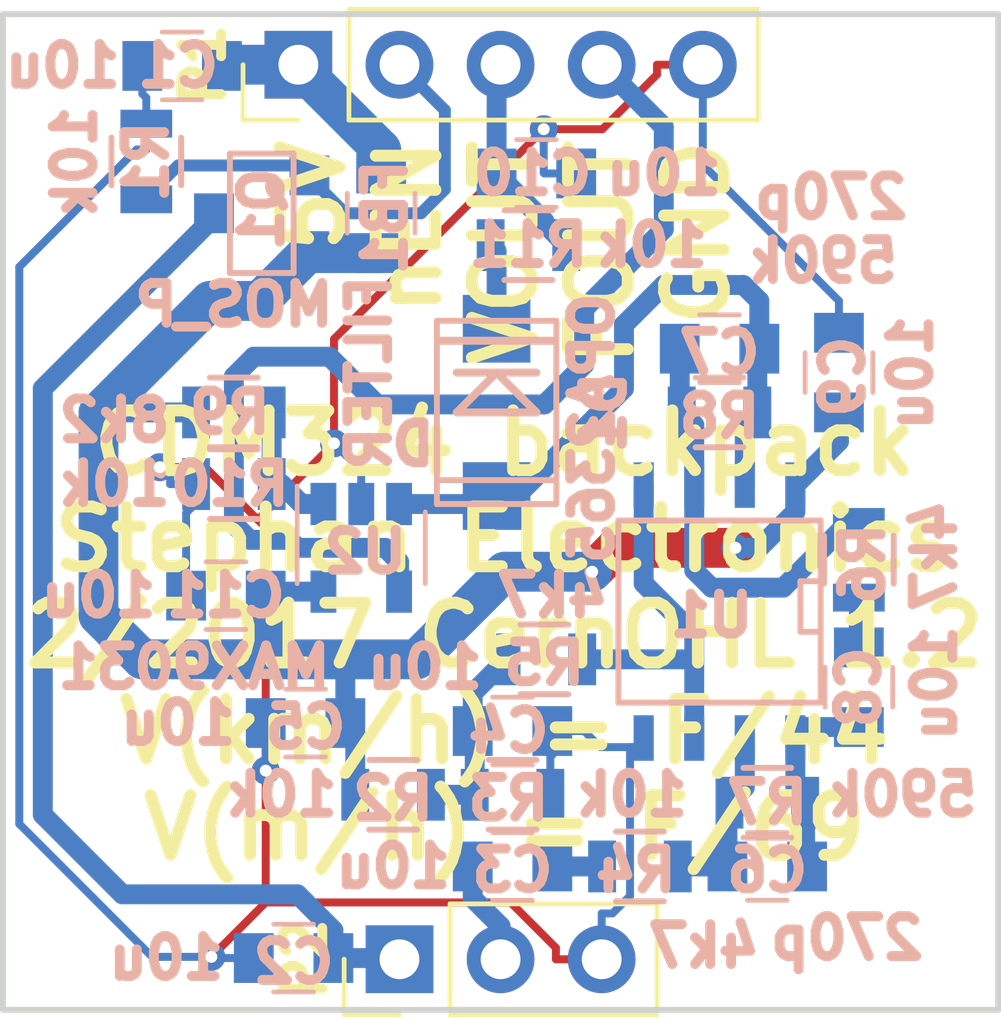
<source format=kicad_pcb>
(kicad_pcb (version 20171130) (host pcbnew "(5.1.12)-1")

  (general
    (thickness 1.6)
    (drawings 15)
    (tracks 200)
    (zones 0)
    (modules 29)
    (nets 19)
  )

  (page A4)
  (layers
    (0 F.Cu signal)
    (31 B.Cu signal)
    (32 B.Adhes user)
    (33 F.Adhes user)
    (34 B.Paste user)
    (35 F.Paste user)
    (36 B.SilkS user)
    (37 F.SilkS user)
    (38 B.Mask user)
    (39 F.Mask user)
    (40 Dwgs.User user)
    (41 Cmts.User user)
    (42 Eco1.User user hide)
    (43 Eco2.User user hide)
    (44 Edge.Cuts user)
    (45 Margin user)
    (46 B.CrtYd user hide)
    (47 F.CrtYd user hide)
    (48 B.Fab user hide)
    (49 F.Fab user hide)
  )

  (setup
    (last_trace_width 0.2)
    (user_trace_width 0.3)
    (user_trace_width 0.5)
    (user_trace_width 0.7)
    (user_trace_width 1)
    (trace_clearance 0.2)
    (zone_clearance 0.25)
    (zone_45_only no)
    (trace_min 0.2)
    (via_size 0.7)
    (via_drill 0.3)
    (via_min_size 0.7)
    (via_min_drill 0.3)
    (uvia_size 0.3)
    (uvia_drill 0.1)
    (uvias_allowed no)
    (uvia_min_size 0.2)
    (uvia_min_drill 0.1)
    (edge_width 0.15)
    (segment_width 0.2)
    (pcb_text_width 0.3)
    (pcb_text_size 1.5 1.5)
    (mod_edge_width 0.15)
    (mod_text_size 1 1)
    (mod_text_width 0.25)
    (pad_size 1.524 1.524)
    (pad_drill 0.762)
    (pad_to_mask_clearance 0.1)
    (solder_mask_min_width 0.2)
    (aux_axis_origin 0 0)
    (visible_elements 7FFDFFFF)
    (pcbplotparams
      (layerselection 0x010f0_80000001)
      (usegerberextensions true)
      (usegerberattributes true)
      (usegerberadvancedattributes true)
      (creategerberjobfile true)
      (excludeedgelayer true)
      (linewidth 0.100000)
      (plotframeref false)
      (viasonmask false)
      (mode 1)
      (useauxorigin false)
      (hpglpennumber 1)
      (hpglpenspeed 20)
      (hpglpendiameter 15.000000)
      (psnegative false)
      (psa4output false)
      (plotreference false)
      (plotvalue true)
      (plotinvisibletext false)
      (padsonsilk false)
      (subtractmaskfromsilk false)
      (outputformat 1)
      (mirror false)
      (drillshape 0)
      (scaleselection 1)
      (outputdirectory "gerbers"))
  )

  (net 0 "")
  (net 1 +5V)
  (net 2 GND)
  (net 3 "Net-(C3-Pad1)")
  (net 4 "Net-(C3-Pad2)")
  (net 5 "Net-(C4-Pad1)")
  (net 6 "Net-(C6-Pad1)")
  (net 7 "Net-(C6-Pad2)")
  (net 8 "Net-(C7-Pad1)")
  (net 9 "Net-(C7-Pad2)")
  (net 10 "Net-(C8-Pad1)")
  (net 11 "Net-(D1-Pad1)")
  (net 12 "Net-(R5-Pad2)")
  (net 13 "Net-(R10-Pad1)")
  (net 14 "Net-(C11-Pad1)")
  (net 15 "Net-(C2-Pad1)")
  (net 16 /VOUT)
  (net 17 /nEN)
  (net 18 /FOUT)

  (net_class Default "This is the default net class."
    (clearance 0.2)
    (trace_width 0.2)
    (via_dia 0.7)
    (via_drill 0.3)
    (uvia_dia 0.3)
    (uvia_drill 0.1)
    (add_net +5V)
    (add_net /FOUT)
    (add_net /VOUT)
    (add_net /nEN)
    (add_net GND)
    (add_net "Net-(C11-Pad1)")
    (add_net "Net-(C2-Pad1)")
    (add_net "Net-(C3-Pad1)")
    (add_net "Net-(C3-Pad2)")
    (add_net "Net-(C4-Pad1)")
    (add_net "Net-(C6-Pad1)")
    (add_net "Net-(C6-Pad2)")
    (add_net "Net-(C7-Pad1)")
    (add_net "Net-(C7-Pad2)")
    (add_net "Net-(C8-Pad1)")
    (add_net "Net-(D1-Pad1)")
    (add_net "Net-(R10-Pad1)")
    (add_net "Net-(R5-Pad2)")
  )

  (module Capacitors_SMD:C_0805 (layer B.Cu) (tedit 58C2FD65) (tstamp 58A9ECEB)
    (at 104.5 101.3 180)
    (descr "Capacitor SMD 0805, reflow soldering, AVX (see smccp.pdf)")
    (tags "capacitor 0805")
    (path /58A973CC)
    (attr smd)
    (fp_text reference C1 (at 0.1 0 180) (layer B.SilkS)
      (effects (font (size 1 1) (thickness 0.25)) (justify mirror))
    )
    (fp_text value 10u (at 3 0 180) (layer B.SilkS)
      (effects (font (size 1 1) (thickness 0.25)) (justify mirror))
    )
    (fp_line (start -0.5 -0.85) (end 0.5 -0.85) (layer B.SilkS) (width 0.12))
    (fp_line (start 0.5 0.85) (end -0.5 0.85) (layer B.SilkS) (width 0.12))
    (fp_line (start 1.8 1) (end 1.8 -1) (layer B.CrtYd) (width 0.05))
    (fp_line (start -1.8 1) (end -1.8 -1) (layer B.CrtYd) (width 0.05))
    (fp_line (start -1.8 -1) (end 1.8 -1) (layer B.CrtYd) (width 0.05))
    (fp_line (start -1.8 1) (end 1.8 1) (layer B.CrtYd) (width 0.05))
    (fp_line (start -1 0.625) (end 1 0.625) (layer B.Fab) (width 0.1))
    (fp_line (start 1 0.625) (end 1 -0.625) (layer B.Fab) (width 0.1))
    (fp_line (start 1 -0.625) (end -1 -0.625) (layer B.Fab) (width 0.1))
    (fp_line (start -1 -0.625) (end -1 0.625) (layer B.Fab) (width 0.1))
    (pad 1 smd rect (at -1 0 180) (size 1 1.25) (layers B.Cu B.Paste B.Mask)
      (net 1 +5V))
    (pad 2 smd rect (at 1 0 180) (size 1 1.25) (layers B.Cu B.Paste B.Mask)
      (net 2 GND))
    (model Capacitors_SMD.3dshapes/C_0805.wrl
      (at (xyz 0 0 0))
      (scale (xyz 1 1 1))
      (rotate (xyz 0 0 0))
    )
  )

  (module Capacitors_SMD:C_0805 (layer B.Cu) (tedit 58C1BCA1) (tstamp 58A9ECF1)
    (at 107.3 123.7 180)
    (descr "Capacitor SMD 0805, reflow soldering, AVX (see smccp.pdf)")
    (tags "capacitor 0805")
    (path /58A977FA)
    (attr smd)
    (fp_text reference C2 (at 0 -0.1 180) (layer B.SilkS)
      (effects (font (size 1 1) (thickness 0.25)) (justify mirror))
    )
    (fp_text value 10u (at 3.2 0 180) (layer B.SilkS)
      (effects (font (size 1 1) (thickness 0.25)) (justify mirror))
    )
    (fp_line (start -0.5 -0.85) (end 0.5 -0.85) (layer B.SilkS) (width 0.12))
    (fp_line (start 0.5 0.85) (end -0.5 0.85) (layer B.SilkS) (width 0.12))
    (fp_line (start 1.8 1) (end 1.8 -1) (layer B.CrtYd) (width 0.05))
    (fp_line (start -1.8 1) (end -1.8 -1) (layer B.CrtYd) (width 0.05))
    (fp_line (start -1.8 -1) (end 1.8 -1) (layer B.CrtYd) (width 0.05))
    (fp_line (start -1.8 1) (end 1.8 1) (layer B.CrtYd) (width 0.05))
    (fp_line (start -1 0.625) (end 1 0.625) (layer B.Fab) (width 0.1))
    (fp_line (start 1 0.625) (end 1 -0.625) (layer B.Fab) (width 0.1))
    (fp_line (start 1 -0.625) (end -1 -0.625) (layer B.Fab) (width 0.1))
    (fp_line (start -1 -0.625) (end -1 0.625) (layer B.Fab) (width 0.1))
    (pad 1 smd rect (at -1 0 180) (size 1 1.25) (layers B.Cu B.Paste B.Mask)
      (net 15 "Net-(C2-Pad1)"))
    (pad 2 smd rect (at 1 0 180) (size 1 1.25) (layers B.Cu B.Paste B.Mask)
      (net 2 GND))
    (model Capacitors_SMD.3dshapes/C_0805.wrl
      (at (xyz 0 0 0))
      (scale (xyz 1 1 1))
      (rotate (xyz 0 0 0))
    )
  )

  (module Capacitors_SMD:C_0805 (layer B.Cu) (tedit 58C1BC9B) (tstamp 58A9ECF7)
    (at 112.8 121.4)
    (descr "Capacitor SMD 0805, reflow soldering, AVX (see smccp.pdf)")
    (tags "capacitor 0805")
    (path /58A969C4)
    (attr smd)
    (fp_text reference C3 (at 0 0.1) (layer B.SilkS)
      (effects (font (size 1 1) (thickness 0.25)) (justify mirror))
    )
    (fp_text value 10u (at -3 0) (layer B.SilkS)
      (effects (font (size 1 1) (thickness 0.25)) (justify mirror))
    )
    (fp_line (start -0.5 -0.85) (end 0.5 -0.85) (layer B.SilkS) (width 0.12))
    (fp_line (start 0.5 0.85) (end -0.5 0.85) (layer B.SilkS) (width 0.12))
    (fp_line (start 1.8 1) (end 1.8 -1) (layer B.CrtYd) (width 0.05))
    (fp_line (start -1.8 1) (end -1.8 -1) (layer B.CrtYd) (width 0.05))
    (fp_line (start -1.8 -1) (end 1.8 -1) (layer B.CrtYd) (width 0.05))
    (fp_line (start -1.8 1) (end 1.8 1) (layer B.CrtYd) (width 0.05))
    (fp_line (start -1 0.625) (end 1 0.625) (layer B.Fab) (width 0.1))
    (fp_line (start 1 0.625) (end 1 -0.625) (layer B.Fab) (width 0.1))
    (fp_line (start 1 -0.625) (end -1 -0.625) (layer B.Fab) (width 0.1))
    (fp_line (start -1 -0.625) (end -1 0.625) (layer B.Fab) (width 0.1))
    (pad 1 smd rect (at -1 0) (size 1 1.25) (layers B.Cu B.Paste B.Mask)
      (net 3 "Net-(C3-Pad1)"))
    (pad 2 smd rect (at 1 0) (size 1 1.25) (layers B.Cu B.Paste B.Mask)
      (net 4 "Net-(C3-Pad2)"))
    (model Capacitors_SMD.3dshapes/C_0805.wrl
      (at (xyz 0 0 0))
      (scale (xyz 1 1 1))
      (rotate (xyz 0 0 0))
    )
  )

  (module Capacitors_SMD:C_0805 (layer B.Cu) (tedit 58C1BC94) (tstamp 58A9ECFD)
    (at 112.8 118)
    (descr "Capacitor SMD 0805, reflow soldering, AVX (see smccp.pdf)")
    (tags "capacitor 0805")
    (path /58A971B9)
    (attr smd)
    (fp_text reference C4 (at -0.1 0) (layer B.SilkS)
      (effects (font (size 1 1) (thickness 0.25)) (justify mirror))
    )
    (fp_text value 10u (at -2.2 -1.6) (layer B.SilkS)
      (effects (font (size 1 1) (thickness 0.25)) (justify mirror))
    )
    (fp_line (start -0.5 -0.85) (end 0.5 -0.85) (layer B.SilkS) (width 0.12))
    (fp_line (start 0.5 0.85) (end -0.5 0.85) (layer B.SilkS) (width 0.12))
    (fp_line (start 1.8 1) (end 1.8 -1) (layer B.CrtYd) (width 0.05))
    (fp_line (start -1.8 1) (end -1.8 -1) (layer B.CrtYd) (width 0.05))
    (fp_line (start -1.8 -1) (end 1.8 -1) (layer B.CrtYd) (width 0.05))
    (fp_line (start -1.8 1) (end 1.8 1) (layer B.CrtYd) (width 0.05))
    (fp_line (start -1 0.625) (end 1 0.625) (layer B.Fab) (width 0.1))
    (fp_line (start 1 0.625) (end 1 -0.625) (layer B.Fab) (width 0.1))
    (fp_line (start 1 -0.625) (end -1 -0.625) (layer B.Fab) (width 0.1))
    (fp_line (start -1 -0.625) (end -1 0.625) (layer B.Fab) (width 0.1))
    (pad 1 smd rect (at -1 0) (size 1 1.25) (layers B.Cu B.Paste B.Mask)
      (net 5 "Net-(C4-Pad1)"))
    (pad 2 smd rect (at 1 0) (size 1 1.25) (layers B.Cu B.Paste B.Mask)
      (net 2 GND))
    (model Capacitors_SMD.3dshapes/C_0805.wrl
      (at (xyz 0 0 0))
      (scale (xyz 1 1 1))
      (rotate (xyz 0 0 0))
    )
  )

  (module Capacitors_SMD:C_0805 (layer B.Cu) (tedit 58C1BCA4) (tstamp 58A9ED03)
    (at 107.6 117.8 180)
    (descr "Capacitor SMD 0805, reflow soldering, AVX (see smccp.pdf)")
    (tags "capacitor 0805")
    (path /58A9A1BB)
    (attr smd)
    (fp_text reference C5 (at 0 -0.1 180) (layer B.SilkS)
      (effects (font (size 1 1) (thickness 0.25)) (justify mirror))
    )
    (fp_text value 10u (at 3.2 0 180) (layer B.SilkS)
      (effects (font (size 1 1) (thickness 0.25)) (justify mirror))
    )
    (fp_line (start -0.5 -0.85) (end 0.5 -0.85) (layer B.SilkS) (width 0.12))
    (fp_line (start 0.5 0.85) (end -0.5 0.85) (layer B.SilkS) (width 0.12))
    (fp_line (start 1.8 1) (end 1.8 -1) (layer B.CrtYd) (width 0.05))
    (fp_line (start -1.8 1) (end -1.8 -1) (layer B.CrtYd) (width 0.05))
    (fp_line (start -1.8 -1) (end 1.8 -1) (layer B.CrtYd) (width 0.05))
    (fp_line (start -1.8 1) (end 1.8 1) (layer B.CrtYd) (width 0.05))
    (fp_line (start -1 0.625) (end 1 0.625) (layer B.Fab) (width 0.1))
    (fp_line (start 1 0.625) (end 1 -0.625) (layer B.Fab) (width 0.1))
    (fp_line (start 1 -0.625) (end -1 -0.625) (layer B.Fab) (width 0.1))
    (fp_line (start -1 -0.625) (end -1 0.625) (layer B.Fab) (width 0.1))
    (pad 1 smd rect (at -1 0 180) (size 1 1.25) (layers B.Cu B.Paste B.Mask)
      (net 14 "Net-(C11-Pad1)"))
    (pad 2 smd rect (at 1 0 180) (size 1 1.25) (layers B.Cu B.Paste B.Mask)
      (net 2 GND))
    (model Capacitors_SMD.3dshapes/C_0805.wrl
      (at (xyz 0 0 0))
      (scale (xyz 1 1 1))
      (rotate (xyz 0 0 0))
    )
  )

  (module Capacitors_SMD:C_0805 (layer B.Cu) (tedit 58C1BC88) (tstamp 58A9ED09)
    (at 119.2 121.4)
    (descr "Capacitor SMD 0805, reflow soldering, AVX (see smccp.pdf)")
    (tags "capacitor 0805")
    (path /58A96CA5)
    (attr smd)
    (fp_text reference C6 (at 0 0.1) (layer B.SilkS)
      (effects (font (size 1 1) (thickness 0.25)) (justify mirror))
    )
    (fp_text value 270p (at 2 1.8) (layer B.SilkS)
      (effects (font (size 1 1) (thickness 0.25)) (justify mirror))
    )
    (fp_line (start -0.5 -0.85) (end 0.5 -0.85) (layer B.SilkS) (width 0.12))
    (fp_line (start 0.5 0.85) (end -0.5 0.85) (layer B.SilkS) (width 0.12))
    (fp_line (start 1.8 1) (end 1.8 -1) (layer B.CrtYd) (width 0.05))
    (fp_line (start -1.8 1) (end -1.8 -1) (layer B.CrtYd) (width 0.05))
    (fp_line (start -1.8 -1) (end 1.8 -1) (layer B.CrtYd) (width 0.05))
    (fp_line (start -1.8 1) (end 1.8 1) (layer B.CrtYd) (width 0.05))
    (fp_line (start -1 0.625) (end 1 0.625) (layer B.Fab) (width 0.1))
    (fp_line (start 1 0.625) (end 1 -0.625) (layer B.Fab) (width 0.1))
    (fp_line (start 1 -0.625) (end -1 -0.625) (layer B.Fab) (width 0.1))
    (fp_line (start -1 -0.625) (end -1 0.625) (layer B.Fab) (width 0.1))
    (pad 1 smd rect (at -1 0) (size 1 1.25) (layers B.Cu B.Paste B.Mask)
      (net 6 "Net-(C6-Pad1)"))
    (pad 2 smd rect (at 1 0) (size 1 1.25) (layers B.Cu B.Paste B.Mask)
      (net 7 "Net-(C6-Pad2)"))
    (model Capacitors_SMD.3dshapes/C_0805.wrl
      (at (xyz 0 0 0))
      (scale (xyz 1 1 1))
      (rotate (xyz 0 0 0))
    )
  )

  (module Capacitors_SMD:C_0805 (layer B.Cu) (tedit 58C1BC72) (tstamp 58A9ED0F)
    (at 118 108.4)
    (descr "Capacitor SMD 0805, reflow soldering, AVX (see smccp.pdf)")
    (tags "capacitor 0805")
    (path /58A99245)
    (attr smd)
    (fp_text reference C7 (at 0 0.1) (layer B.SilkS)
      (effects (font (size 1 1) (thickness 0.25)) (justify mirror))
    )
    (fp_text value 270p (at 2.8 -3.8) (layer B.SilkS)
      (effects (font (size 1 1) (thickness 0.25)) (justify mirror))
    )
    (fp_line (start -0.5 -0.85) (end 0.5 -0.85) (layer B.SilkS) (width 0.12))
    (fp_line (start 0.5 0.85) (end -0.5 0.85) (layer B.SilkS) (width 0.12))
    (fp_line (start 1.8 1) (end 1.8 -1) (layer B.CrtYd) (width 0.05))
    (fp_line (start -1.8 1) (end -1.8 -1) (layer B.CrtYd) (width 0.05))
    (fp_line (start -1.8 -1) (end 1.8 -1) (layer B.CrtYd) (width 0.05))
    (fp_line (start -1.8 1) (end 1.8 1) (layer B.CrtYd) (width 0.05))
    (fp_line (start -1 0.625) (end 1 0.625) (layer B.Fab) (width 0.1))
    (fp_line (start 1 0.625) (end 1 -0.625) (layer B.Fab) (width 0.1))
    (fp_line (start 1 -0.625) (end -1 -0.625) (layer B.Fab) (width 0.1))
    (fp_line (start -1 -0.625) (end -1 0.625) (layer B.Fab) (width 0.1))
    (pad 1 smd rect (at -1 0) (size 1 1.25) (layers B.Cu B.Paste B.Mask)
      (net 8 "Net-(C7-Pad1)"))
    (pad 2 smd rect (at 1 0) (size 1 1.25) (layers B.Cu B.Paste B.Mask)
      (net 9 "Net-(C7-Pad2)"))
    (model Capacitors_SMD.3dshapes/C_0805.wrl
      (at (xyz 0 0 0))
      (scale (xyz 1 1 1))
      (rotate (xyz 0 0 0))
    )
  )

  (module Capacitors_SMD:C_0805 (layer B.Cu) (tedit 58C2FD9A) (tstamp 58A9ED15)
    (at 121.5 116.9 270)
    (descr "Capacitor SMD 0805, reflow soldering, AVX (see smccp.pdf)")
    (tags "capacitor 0805")
    (path /58A98CBE)
    (attr smd)
    (fp_text reference C8 (at 0 0 270) (layer B.SilkS)
      (effects (font (size 1 1) (thickness 0.25)) (justify mirror))
    )
    (fp_text value 10u (at -0.1 -1.9 270) (layer B.SilkS)
      (effects (font (size 1 1) (thickness 0.25)) (justify mirror))
    )
    (fp_line (start -0.5 -0.85) (end 0.5 -0.85) (layer B.SilkS) (width 0.12))
    (fp_line (start 0.5 0.85) (end -0.5 0.85) (layer B.SilkS) (width 0.12))
    (fp_line (start 1.8 1) (end 1.8 -1) (layer B.CrtYd) (width 0.05))
    (fp_line (start -1.8 1) (end -1.8 -1) (layer B.CrtYd) (width 0.05))
    (fp_line (start -1.8 -1) (end 1.8 -1) (layer B.CrtYd) (width 0.05))
    (fp_line (start -1.8 1) (end 1.8 1) (layer B.CrtYd) (width 0.05))
    (fp_line (start -1 0.625) (end 1 0.625) (layer B.Fab) (width 0.1))
    (fp_line (start 1 0.625) (end 1 -0.625) (layer B.Fab) (width 0.1))
    (fp_line (start 1 -0.625) (end -1 -0.625) (layer B.Fab) (width 0.1))
    (fp_line (start -1 -0.625) (end -1 0.625) (layer B.Fab) (width 0.1))
    (pad 1 smd rect (at -1 0 270) (size 1 1.25) (layers B.Cu B.Paste B.Mask)
      (net 10 "Net-(C8-Pad1)"))
    (pad 2 smd rect (at 1 0 270) (size 1 1.25) (layers B.Cu B.Paste B.Mask)
      (net 7 "Net-(C6-Pad2)"))
    (model Capacitors_SMD.3dshapes/C_0805.wrl
      (at (xyz 0 0 0))
      (scale (xyz 1 1 1))
      (rotate (xyz 0 0 0))
    )
  )

  (module Capacitors_SMD:C_0805 (layer B.Cu) (tedit 58C1BC75) (tstamp 58A9ED1B)
    (at 121 109 90)
    (descr "Capacitor SMD 0805, reflow soldering, AVX (see smccp.pdf)")
    (tags "capacitor 0805")
    (path /58A9A56B)
    (attr smd)
    (fp_text reference C9 (at -0.1 0.1 90) (layer B.SilkS)
      (effects (font (size 1 1) (thickness 0.25)) (justify mirror))
    )
    (fp_text value 10u (at 0 1.8 90) (layer B.SilkS)
      (effects (font (size 1 1) (thickness 0.25)) (justify mirror))
    )
    (fp_line (start -0.5 -0.85) (end 0.5 -0.85) (layer B.SilkS) (width 0.12))
    (fp_line (start 0.5 0.85) (end -0.5 0.85) (layer B.SilkS) (width 0.12))
    (fp_line (start 1.8 1) (end 1.8 -1) (layer B.CrtYd) (width 0.05))
    (fp_line (start -1.8 1) (end -1.8 -1) (layer B.CrtYd) (width 0.05))
    (fp_line (start -1.8 -1) (end 1.8 -1) (layer B.CrtYd) (width 0.05))
    (fp_line (start -1.8 1) (end 1.8 1) (layer B.CrtYd) (width 0.05))
    (fp_line (start -1 0.625) (end 1 0.625) (layer B.Fab) (width 0.1))
    (fp_line (start 1 0.625) (end 1 -0.625) (layer B.Fab) (width 0.1))
    (fp_line (start 1 -0.625) (end -1 -0.625) (layer B.Fab) (width 0.1))
    (fp_line (start -1 -0.625) (end -1 0.625) (layer B.Fab) (width 0.1))
    (pad 1 smd rect (at -1 0 90) (size 1 1.25) (layers B.Cu B.Paste B.Mask)
      (net 14 "Net-(C11-Pad1)"))
    (pad 2 smd rect (at 1 0 90) (size 1 1.25) (layers B.Cu B.Paste B.Mask)
      (net 2 GND))
    (model Capacitors_SMD.3dshapes/C_0805.wrl
      (at (xyz 0 0 0))
      (scale (xyz 1 1 1))
      (rotate (xyz 0 0 0))
    )
  )

  (module Capacitors_SMD:C_0805 (layer B.Cu) (tedit 58C1BC4B) (tstamp 58A9ED21)
    (at 113.4 104)
    (descr "Capacitor SMD 0805, reflow soldering, AVX (see smccp.pdf)")
    (tags "capacitor 0805")
    (path /58A9C1C9)
    (attr smd)
    (fp_text reference C10 (at -0.1 0) (layer B.SilkS)
      (effects (font (size 1 1) (thickness 0.25)) (justify mirror))
    )
    (fp_text value 10u (at 3.2 0) (layer B.SilkS)
      (effects (font (size 1 1) (thickness 0.25)) (justify mirror))
    )
    (fp_line (start -0.5 -0.85) (end 0.5 -0.85) (layer B.SilkS) (width 0.12))
    (fp_line (start 0.5 0.85) (end -0.5 0.85) (layer B.SilkS) (width 0.12))
    (fp_line (start 1.8 1) (end 1.8 -1) (layer B.CrtYd) (width 0.05))
    (fp_line (start -1.8 1) (end -1.8 -1) (layer B.CrtYd) (width 0.05))
    (fp_line (start -1.8 -1) (end 1.8 -1) (layer B.CrtYd) (width 0.05))
    (fp_line (start -1.8 1) (end 1.8 1) (layer B.CrtYd) (width 0.05))
    (fp_line (start -1 0.625) (end 1 0.625) (layer B.Fab) (width 0.1))
    (fp_line (start 1 0.625) (end 1 -0.625) (layer B.Fab) (width 0.1))
    (fp_line (start 1 -0.625) (end -1 -0.625) (layer B.Fab) (width 0.1))
    (fp_line (start -1 -0.625) (end -1 0.625) (layer B.Fab) (width 0.1))
    (pad 1 smd rect (at -1 0) (size 1 1.25) (layers B.Cu B.Paste B.Mask)
      (net 16 /VOUT))
    (pad 2 smd rect (at 1 0) (size 1 1.25) (layers B.Cu B.Paste B.Mask)
      (net 2 GND))
    (model Capacitors_SMD.3dshapes/C_0805.wrl
      (at (xyz 0 0 0))
      (scale (xyz 1 1 1))
      (rotate (xyz 0 0 0))
    )
  )

  (module Capacitors_SMD:C_0805 (layer B.Cu) (tedit 58C1BC62) (tstamp 58A9ED27)
    (at 105.6 114.6 180)
    (descr "Capacitor SMD 0805, reflow soldering, AVX (see smccp.pdf)")
    (tags "capacitor 0805")
    (path /58A9BB0B)
    (attr smd)
    (fp_text reference C11 (at 0 0 180) (layer B.SilkS)
      (effects (font (size 1 1) (thickness 0.25)) (justify mirror))
    )
    (fp_text value 10u (at 3.2 0 180) (layer B.SilkS)
      (effects (font (size 1 1) (thickness 0.25)) (justify mirror))
    )
    (fp_line (start -0.5 -0.85) (end 0.5 -0.85) (layer B.SilkS) (width 0.12))
    (fp_line (start 0.5 0.85) (end -0.5 0.85) (layer B.SilkS) (width 0.12))
    (fp_line (start 1.8 1) (end 1.8 -1) (layer B.CrtYd) (width 0.05))
    (fp_line (start -1.8 1) (end -1.8 -1) (layer B.CrtYd) (width 0.05))
    (fp_line (start -1.8 -1) (end 1.8 -1) (layer B.CrtYd) (width 0.05))
    (fp_line (start -1.8 1) (end 1.8 1) (layer B.CrtYd) (width 0.05))
    (fp_line (start -1 0.625) (end 1 0.625) (layer B.Fab) (width 0.1))
    (fp_line (start 1 0.625) (end 1 -0.625) (layer B.Fab) (width 0.1))
    (fp_line (start 1 -0.625) (end -1 -0.625) (layer B.Fab) (width 0.1))
    (fp_line (start -1 -0.625) (end -1 0.625) (layer B.Fab) (width 0.1))
    (pad 1 smd rect (at -1 0 180) (size 1 1.25) (layers B.Cu B.Paste B.Mask)
      (net 14 "Net-(C11-Pad1)"))
    (pad 2 smd rect (at 1 0 180) (size 1 1.25) (layers B.Cu B.Paste B.Mask)
      (net 2 GND))
    (model Capacitors_SMD.3dshapes/C_0805.wrl
      (at (xyz 0 0 0))
      (scale (xyz 1 1 1))
      (rotate (xyz 0 0 0))
    )
  )

  (module limpkins_lib:DIODE_SMA (layer B.Cu) (tedit 58C2FD82) (tstamp 58A9ED2D)
    (at 112.4 110 270)
    (path /58A9BE67)
    (fp_text reference D1 (at 0 -2.7 270) (layer B.SilkS)
      (effects (font (size 1 1) (thickness 0.25)) (justify mirror))
    )
    (fp_text value D (at 0.8 2.1) (layer B.SilkS)
      (effects (font (size 1 1) (thickness 0.25)) (justify mirror))
    )
    (fp_line (start -2.3 -1.5) (end -2.3 1.5) (layer B.SilkS) (width 0.15))
    (fp_line (start 2.3 -1.5) (end -2.3 -1.5) (layer B.SilkS) (width 0.15))
    (fp_line (start 2.3 1.5) (end 2.3 -1.5) (layer B.SilkS) (width 0.15))
    (fp_line (start -2.3 1.5) (end 2.3 1.5) (layer B.SilkS) (width 0.15))
    (fp_line (start 1.7 1.5) (end 1.7 -1.5) (layer B.SilkS) (width 0.15))
    (pad 1 smd rect (at -2.1 0 270) (size 1.7 1.7) (layers B.Cu B.Paste B.Mask)
      (net 11 "Net-(D1-Pad1)"))
    (pad 2 smd rect (at 2.1 0 270) (size 1.7 1.7) (layers B.Cu B.Paste B.Mask)
      (net 9 "Net-(C7-Pad2)"))
  )

  (module Capacitors_SMD:C_0805 (layer B.Cu) (tedit 58C2FD7F) (tstamp 58A9ED33)
    (at 109.5 105 270)
    (descr "Capacitor SMD 0805, reflow soldering, AVX (see smccp.pdf)")
    (tags "capacitor 0805")
    (path /58A96286)
    (attr smd)
    (fp_text reference FB1 (at 0.1 -0.1 270) (layer B.SilkS)
      (effects (font (size 1 1) (thickness 0.25)) (justify mirror))
    )
    (fp_text value FILTER (at 4 0.3 270) (layer B.SilkS)
      (effects (font (size 1 1) (thickness 0.25)) (justify mirror))
    )
    (fp_line (start -0.5 -0.85) (end 0.5 -0.85) (layer B.SilkS) (width 0.12))
    (fp_line (start 0.5 0.85) (end -0.5 0.85) (layer B.SilkS) (width 0.12))
    (fp_line (start 1.8 1) (end 1.8 -1) (layer B.CrtYd) (width 0.05))
    (fp_line (start -1.8 1) (end -1.8 -1) (layer B.CrtYd) (width 0.05))
    (fp_line (start -1.8 -1) (end 1.8 -1) (layer B.CrtYd) (width 0.05))
    (fp_line (start -1.8 1) (end 1.8 1) (layer B.CrtYd) (width 0.05))
    (fp_line (start -1 0.625) (end 1 0.625) (layer B.Fab) (width 0.1))
    (fp_line (start 1 0.625) (end 1 -0.625) (layer B.Fab) (width 0.1))
    (fp_line (start 1 -0.625) (end -1 -0.625) (layer B.Fab) (width 0.1))
    (fp_line (start -1 -0.625) (end -1 0.625) (layer B.Fab) (width 0.1))
    (pad 1 smd rect (at -1 0 270) (size 1 1.25) (layers B.Cu B.Paste B.Mask)
      (net 1 +5V))
    (pad 2 smd rect (at 1 0 270) (size 1 1.25) (layers B.Cu B.Paste B.Mask)
      (net 14 "Net-(C11-Pad1)"))
    (model Capacitors_SMD.3dshapes/C_0805.wrl
      (at (xyz 0 0 0))
      (scale (xyz 1 1 1))
      (rotate (xyz 0 0 0))
    )
  )

  (module Pin_Headers:Pin_Header_Straight_1x05_Pitch2.54mm locked (layer F.Cu) (tedit 58AA05A8) (tstamp 58A9ED3C)
    (at 107.42 101.27 90)
    (descr "Through hole straight pin header, 1x05, 2.54mm pitch, single row")
    (tags "Through hole pin header THT 1x05 2.54mm single row")
    (path /58AA16BE)
    (fp_text reference P1 (at 0 -2.39 90) (layer F.SilkS)
      (effects (font (size 1 1) (thickness 0.25)))
    )
    (fp_text value CONN_01X05 (at -0.13 23.78 90) (layer Dwgs.User) hide
      (effects (font (size 1 1) (thickness 0.25)))
    )
    (fp_line (start 1.6 -1.6) (end -1.6 -1.6) (layer F.CrtYd) (width 0.05))
    (fp_line (start 1.6 11.7) (end 1.6 -1.6) (layer F.CrtYd) (width 0.05))
    (fp_line (start -1.6 11.7) (end 1.6 11.7) (layer F.CrtYd) (width 0.05))
    (fp_line (start -1.6 -1.6) (end -1.6 11.7) (layer F.CrtYd) (width 0.05))
    (fp_line (start -1.39 -1.39) (end 0 -1.39) (layer F.SilkS) (width 0.12))
    (fp_line (start -1.39 0) (end -1.39 -1.39) (layer F.SilkS) (width 0.12))
    (fp_line (start 1.39 1.27) (end -1.39 1.27) (layer F.SilkS) (width 0.12))
    (fp_line (start 1.39 11.55) (end 1.39 1.27) (layer F.SilkS) (width 0.12))
    (fp_line (start -1.39 11.55) (end 1.39 11.55) (layer F.SilkS) (width 0.12))
    (fp_line (start -1.39 1.27) (end -1.39 11.55) (layer F.SilkS) (width 0.12))
    (fp_line (start 1.27 -1.27) (end -1.27 -1.27) (layer F.Fab) (width 0.1))
    (fp_line (start 1.27 11.43) (end 1.27 -1.27) (layer F.Fab) (width 0.1))
    (fp_line (start -1.27 11.43) (end 1.27 11.43) (layer F.Fab) (width 0.1))
    (fp_line (start -1.27 -1.27) (end -1.27 11.43) (layer F.Fab) (width 0.1))
    (pad 1 thru_hole rect (at 0 0 90) (size 1.7 1.7) (drill 1) (layers *.Cu *.Mask)
      (net 1 +5V))
    (pad 2 thru_hole oval (at 0 2.54 90) (size 1.7 1.7) (drill 1) (layers *.Cu *.Mask)
      (net 17 /nEN))
    (pad 3 thru_hole oval (at 0 5.08 90) (size 1.7 1.7) (drill 1) (layers *.Cu *.Mask)
      (net 16 /VOUT))
    (pad 4 thru_hole oval (at 0 7.62 90) (size 1.7 1.7) (drill 1) (layers *.Cu *.Mask)
      (net 18 /FOUT))
    (pad 5 thru_hole oval (at 0 10.16 90) (size 1.7 1.7) (drill 1) (layers *.Cu *.Mask)
      (net 2 GND))
    (model Pin_Headers.3dshapes/Pin_Header_Straight_1x05_Pitch2.54mm.wrl
      (offset (xyz 0 -5.079999923706055 0))
      (scale (xyz 1 1 1))
      (rotate (xyz 0 0 90))
    )
  )

  (module Pin_Headers:Pin_Header_Straight_1x03_Pitch2.54mm locked (layer F.Cu) (tedit 58AA05A3) (tstamp 58A9ED43)
    (at 109.96 123.73 90)
    (descr "Through hole straight pin header, 1x03, 2.54mm pitch, single row")
    (tags "Through hole pin header THT 1x03 2.54mm single row")
    (path /58A96710)
    (fp_text reference P2 (at 0 -2.39 90) (layer F.SilkS)
      (effects (font (size 1 1) (thickness 0.25)))
    )
    (fp_text value CONN_01X03 (at 4.73 26.24 90) (layer Dwgs.User) hide
      (effects (font (size 1 1) (thickness 0.25)))
    )
    (fp_line (start 1.6 -1.6) (end -1.6 -1.6) (layer F.CrtYd) (width 0.05))
    (fp_line (start 1.6 6.6) (end 1.6 -1.6) (layer F.CrtYd) (width 0.05))
    (fp_line (start -1.6 6.6) (end 1.6 6.6) (layer F.CrtYd) (width 0.05))
    (fp_line (start -1.6 -1.6) (end -1.6 6.6) (layer F.CrtYd) (width 0.05))
    (fp_line (start -1.39 -1.39) (end 0 -1.39) (layer F.SilkS) (width 0.12))
    (fp_line (start -1.39 0) (end -1.39 -1.39) (layer F.SilkS) (width 0.12))
    (fp_line (start 1.39 1.27) (end -1.39 1.27) (layer F.SilkS) (width 0.12))
    (fp_line (start 1.39 6.47) (end 1.39 1.27) (layer F.SilkS) (width 0.12))
    (fp_line (start -1.39 6.47) (end 1.39 6.47) (layer F.SilkS) (width 0.12))
    (fp_line (start -1.39 1.27) (end -1.39 6.47) (layer F.SilkS) (width 0.12))
    (fp_line (start 1.27 -1.27) (end -1.27 -1.27) (layer F.Fab) (width 0.1))
    (fp_line (start 1.27 6.35) (end 1.27 -1.27) (layer F.Fab) (width 0.1))
    (fp_line (start -1.27 6.35) (end 1.27 6.35) (layer F.Fab) (width 0.1))
    (fp_line (start -1.27 -1.27) (end -1.27 6.35) (layer F.Fab) (width 0.1))
    (pad 1 thru_hole rect (at 0 0 90) (size 1.7 1.7) (drill 1) (layers *.Cu *.Mask)
      (net 15 "Net-(C2-Pad1)"))
    (pad 2 thru_hole oval (at 0 2.54 90) (size 1.7 1.7) (drill 1) (layers *.Cu *.Mask)
      (net 3 "Net-(C3-Pad1)"))
    (pad 3 thru_hole oval (at 0 5.08 90) (size 1.7 1.7) (drill 1) (layers *.Cu *.Mask)
      (net 2 GND))
    (model Pin_Headers.3dshapes/Pin_Header_Straight_1x03_Pitch2.54mm.wrl
      (offset (xyz 0 -2.539999961853027 0))
      (scale (xyz 1 1 1))
      (rotate (xyz 0 0 90))
    )
  )

  (module _kicad4_lib:SOT23-3 (layer B.Cu) (tedit 58C2FD62) (tstamp 58A9ED4A)
    (at 106.5 105 270)
    (path /58AAD4EE)
    (fp_text reference Q1 (at -0.1 0 270) (layer B.SilkS)
      (effects (font (size 1 1) (thickness 0.25)) (justify mirror))
    )
    (fp_text value MOS_P (at 2.3 0.7) (layer B.SilkS)
      (effects (font (size 1 1) (thickness 0.25)) (justify mirror))
    )
    (fp_line (start -1.5 -0.8) (end -1.5 0.8) (layer B.SilkS) (width 0.15))
    (fp_line (start 1.5 -0.8) (end -1.5 -0.8) (layer B.SilkS) (width 0.15))
    (fp_line (start 1.5 0.8) (end 1.5 -0.8) (layer B.SilkS) (width 0.15))
    (fp_line (start -1.5 0.8) (end 1.5 0.8) (layer B.SilkS) (width 0.15))
    (pad 1 smd rect (at -0.95 -1.2 270) (size 1 1) (layers B.Cu B.Paste B.Mask)
      (net 17 /nEN))
    (pad 2 smd rect (at 0.95 -1.2 270) (size 1 1) (layers B.Cu B.Paste B.Mask)
      (net 14 "Net-(C11-Pad1)"))
    (pad 3 smd rect (at 0 1.2 270) (size 1 1) (layers B.Cu B.Paste B.Mask)
      (net 15 "Net-(C2-Pad1)"))
  )

  (module Resistors_SMD:R_0805 (layer B.Cu) (tedit 58C2FD42) (tstamp 58A9ED50)
    (at 103.6 103.7 90)
    (descr "Resistor SMD 0805, reflow soldering, Vishay (see dcrcw.pdf)")
    (tags "resistor 0805")
    (path /58AA051C)
    (attr smd)
    (fp_text reference R1 (at 0 0 90) (layer B.SilkS)
      (effects (font (size 1 1) (thickness 0.25)) (justify mirror))
    )
    (fp_text value 10k (at 0 -1.8 90) (layer B.SilkS)
      (effects (font (size 1 1) (thickness 0.25)) (justify mirror))
    )
    (fp_line (start -0.6 0.875) (end 0.6 0.875) (layer B.SilkS) (width 0.15))
    (fp_line (start 0.6 -0.875) (end -0.6 -0.875) (layer B.SilkS) (width 0.15))
    (fp_line (start 1.6 1) (end 1.6 -1) (layer B.CrtYd) (width 0.05))
    (fp_line (start -1.6 1) (end -1.6 -1) (layer B.CrtYd) (width 0.05))
    (fp_line (start -1.6 -1) (end 1.6 -1) (layer B.CrtYd) (width 0.05))
    (fp_line (start -1.6 1) (end 1.6 1) (layer B.CrtYd) (width 0.05))
    (fp_line (start -1 0.625) (end 1 0.625) (layer B.Fab) (width 0.1))
    (fp_line (start 1 0.625) (end 1 -0.625) (layer B.Fab) (width 0.1))
    (fp_line (start 1 -0.625) (end -1 -0.625) (layer B.Fab) (width 0.1))
    (fp_line (start -1 -0.625) (end -1 0.625) (layer B.Fab) (width 0.1))
    (pad 1 smd rect (at -0.95 0 90) (size 0.7 1.3) (layers B.Cu B.Paste B.Mask)
      (net 17 /nEN))
    (pad 2 smd rect (at 0.95 0 90) (size 0.7 1.3) (layers B.Cu B.Paste B.Mask)
      (net 2 GND))
    (model Resistors_SMD.3dshapes/R_0805.wrl
      (at (xyz 0 0 0))
      (scale (xyz 1 1 1))
      (rotate (xyz 0 0 0))
    )
  )

  (module Resistors_SMD:R_0805 (layer B.Cu) (tedit 58C1BC9E) (tstamp 58A9ED56)
    (at 109.8 119.6)
    (descr "Resistor SMD 0805, reflow soldering, Vishay (see dcrcw.pdf)")
    (tags "resistor 0805")
    (path /58A961BF)
    (attr smd)
    (fp_text reference R2 (at 0 0.1) (layer B.SilkS)
      (effects (font (size 1 1) (thickness 0.25)) (justify mirror))
    )
    (fp_text value 10k (at -2.8 0) (layer B.SilkS)
      (effects (font (size 1 1) (thickness 0.25)) (justify mirror))
    )
    (fp_line (start -0.6 0.875) (end 0.6 0.875) (layer B.SilkS) (width 0.15))
    (fp_line (start 0.6 -0.875) (end -0.6 -0.875) (layer B.SilkS) (width 0.15))
    (fp_line (start 1.6 1) (end 1.6 -1) (layer B.CrtYd) (width 0.05))
    (fp_line (start -1.6 1) (end -1.6 -1) (layer B.CrtYd) (width 0.05))
    (fp_line (start -1.6 -1) (end 1.6 -1) (layer B.CrtYd) (width 0.05))
    (fp_line (start -1.6 1) (end 1.6 1) (layer B.CrtYd) (width 0.05))
    (fp_line (start -1 0.625) (end 1 0.625) (layer B.Fab) (width 0.1))
    (fp_line (start 1 0.625) (end 1 -0.625) (layer B.Fab) (width 0.1))
    (fp_line (start 1 -0.625) (end -1 -0.625) (layer B.Fab) (width 0.1))
    (fp_line (start -1 -0.625) (end -1 0.625) (layer B.Fab) (width 0.1))
    (pad 1 smd rect (at -0.95 0) (size 0.7 1.3) (layers B.Cu B.Paste B.Mask)
      (net 14 "Net-(C11-Pad1)"))
    (pad 2 smd rect (at 0.95 0) (size 0.7 1.3) (layers B.Cu B.Paste B.Mask)
      (net 5 "Net-(C4-Pad1)"))
    (model Resistors_SMD.3dshapes/R_0805.wrl
      (at (xyz 0 0 0))
      (scale (xyz 1 1 1))
      (rotate (xyz 0 0 0))
    )
  )

  (module Resistors_SMD:R_0805 (layer B.Cu) (tedit 58C1BC98) (tstamp 58A9ED5C)
    (at 112.8 119.6)
    (descr "Resistor SMD 0805, reflow soldering, Vishay (see dcrcw.pdf)")
    (tags "resistor 0805")
    (path /58A9638B)
    (attr smd)
    (fp_text reference R3 (at -0.1 0.1) (layer B.SilkS)
      (effects (font (size 1 1) (thickness 0.25)) (justify mirror))
    )
    (fp_text value 10k (at 3 0) (layer B.SilkS)
      (effects (font (size 1 1) (thickness 0.25)) (justify mirror))
    )
    (fp_line (start -0.6 0.875) (end 0.6 0.875) (layer B.SilkS) (width 0.15))
    (fp_line (start 0.6 -0.875) (end -0.6 -0.875) (layer B.SilkS) (width 0.15))
    (fp_line (start 1.6 1) (end 1.6 -1) (layer B.CrtYd) (width 0.05))
    (fp_line (start -1.6 1) (end -1.6 -1) (layer B.CrtYd) (width 0.05))
    (fp_line (start -1.6 -1) (end 1.6 -1) (layer B.CrtYd) (width 0.05))
    (fp_line (start -1.6 1) (end 1.6 1) (layer B.CrtYd) (width 0.05))
    (fp_line (start -1 0.625) (end 1 0.625) (layer B.Fab) (width 0.1))
    (fp_line (start 1 0.625) (end 1 -0.625) (layer B.Fab) (width 0.1))
    (fp_line (start 1 -0.625) (end -1 -0.625) (layer B.Fab) (width 0.1))
    (fp_line (start -1 -0.625) (end -1 0.625) (layer B.Fab) (width 0.1))
    (pad 1 smd rect (at -0.95 0) (size 0.7 1.3) (layers B.Cu B.Paste B.Mask)
      (net 5 "Net-(C4-Pad1)"))
    (pad 2 smd rect (at 0.95 0) (size 0.7 1.3) (layers B.Cu B.Paste B.Mask)
      (net 2 GND))
    (model Resistors_SMD.3dshapes/R_0805.wrl
      (at (xyz 0 0 0))
      (scale (xyz 1 1 1))
      (rotate (xyz 0 0 0))
    )
  )

  (module Resistors_SMD:R_0805 (layer B.Cu) (tedit 58C1BC8C) (tstamp 58A9ED62)
    (at 116 121.4)
    (descr "Resistor SMD 0805, reflow soldering, Vishay (see dcrcw.pdf)")
    (tags "resistor 0805")
    (path /58A96ABC)
    (attr smd)
    (fp_text reference R4 (at -0.1 0.1) (layer B.SilkS)
      (effects (font (size 1 1) (thickness 0.25)) (justify mirror))
    )
    (fp_text value 4k7 (at 1.6 2) (layer B.SilkS)
      (effects (font (size 1 1) (thickness 0.25)) (justify mirror))
    )
    (fp_line (start -0.6 0.875) (end 0.6 0.875) (layer B.SilkS) (width 0.15))
    (fp_line (start 0.6 -0.875) (end -0.6 -0.875) (layer B.SilkS) (width 0.15))
    (fp_line (start 1.6 1) (end 1.6 -1) (layer B.CrtYd) (width 0.05))
    (fp_line (start -1.6 1) (end -1.6 -1) (layer B.CrtYd) (width 0.05))
    (fp_line (start -1.6 -1) (end 1.6 -1) (layer B.CrtYd) (width 0.05))
    (fp_line (start -1.6 1) (end 1.6 1) (layer B.CrtYd) (width 0.05))
    (fp_line (start -1 0.625) (end 1 0.625) (layer B.Fab) (width 0.1))
    (fp_line (start 1 0.625) (end 1 -0.625) (layer B.Fab) (width 0.1))
    (fp_line (start 1 -0.625) (end -1 -0.625) (layer B.Fab) (width 0.1))
    (fp_line (start -1 -0.625) (end -1 0.625) (layer B.Fab) (width 0.1))
    (pad 1 smd rect (at -0.95 0) (size 0.7 1.3) (layers B.Cu B.Paste B.Mask)
      (net 4 "Net-(C3-Pad2)"))
    (pad 2 smd rect (at 0.95 0) (size 0.7 1.3) (layers B.Cu B.Paste B.Mask)
      (net 6 "Net-(C6-Pad1)"))
    (model Resistors_SMD.3dshapes/R_0805.wrl
      (at (xyz 0 0 0))
      (scale (xyz 1 1 1))
      (rotate (xyz 0 0 0))
    )
  )

  (module Resistors_SMD:R_0805 (layer B.Cu) (tedit 58C1BC90) (tstamp 58A9ED68)
    (at 113.6 116.2)
    (descr "Resistor SMD 0805, reflow soldering, Vishay (see dcrcw.pdf)")
    (tags "resistor 0805")
    (path /58A98335)
    (attr smd)
    (fp_text reference R5 (at 0 0.1) (layer B.SilkS)
      (effects (font (size 1 1) (thickness 0.25)) (justify mirror))
    )
    (fp_text value 4k7 (at 0.2 -1.6) (layer B.SilkS)
      (effects (font (size 1 1) (thickness 0.25)) (justify mirror))
    )
    (fp_line (start -0.6 0.875) (end 0.6 0.875) (layer B.SilkS) (width 0.15))
    (fp_line (start 0.6 -0.875) (end -0.6 -0.875) (layer B.SilkS) (width 0.15))
    (fp_line (start 1.6 1) (end 1.6 -1) (layer B.CrtYd) (width 0.05))
    (fp_line (start -1.6 1) (end -1.6 -1) (layer B.CrtYd) (width 0.05))
    (fp_line (start -1.6 -1) (end 1.6 -1) (layer B.CrtYd) (width 0.05))
    (fp_line (start -1.6 1) (end 1.6 1) (layer B.CrtYd) (width 0.05))
    (fp_line (start -1 0.625) (end 1 0.625) (layer B.Fab) (width 0.1))
    (fp_line (start 1 0.625) (end 1 -0.625) (layer B.Fab) (width 0.1))
    (fp_line (start 1 -0.625) (end -1 -0.625) (layer B.Fab) (width 0.1))
    (fp_line (start -1 -0.625) (end -1 0.625) (layer B.Fab) (width 0.1))
    (pad 1 smd rect (at -0.95 0) (size 0.7 1.3) (layers B.Cu B.Paste B.Mask)
      (net 5 "Net-(C4-Pad1)"))
    (pad 2 smd rect (at 0.95 0) (size 0.7 1.3) (layers B.Cu B.Paste B.Mask)
      (net 12 "Net-(R5-Pad2)"))
    (model Resistors_SMD.3dshapes/R_0805.wrl
      (at (xyz 0 0 0))
      (scale (xyz 1 1 1))
      (rotate (xyz 0 0 0))
    )
  )

  (module Resistors_SMD:R_0805 (layer B.Cu) (tedit 58C1BC7D) (tstamp 58A9ED6E)
    (at 121.5 113.7 270)
    (descr "Resistor SMD 0805, reflow soldering, Vishay (see dcrcw.pdf)")
    (tags "resistor 0805")
    (path /58A98F99)
    (attr smd)
    (fp_text reference R6 (at 0.1 -0.1 270) (layer B.SilkS)
      (effects (font (size 1 1) (thickness 0.25)) (justify mirror))
    )
    (fp_text value 4k7 (at -0.1 -1.9 270) (layer B.SilkS)
      (effects (font (size 1 1) (thickness 0.25)) (justify mirror))
    )
    (fp_line (start -0.6 0.875) (end 0.6 0.875) (layer B.SilkS) (width 0.15))
    (fp_line (start 0.6 -0.875) (end -0.6 -0.875) (layer B.SilkS) (width 0.15))
    (fp_line (start 1.6 1) (end 1.6 -1) (layer B.CrtYd) (width 0.05))
    (fp_line (start -1.6 1) (end -1.6 -1) (layer B.CrtYd) (width 0.05))
    (fp_line (start -1.6 -1) (end 1.6 -1) (layer B.CrtYd) (width 0.05))
    (fp_line (start -1.6 1) (end 1.6 1) (layer B.CrtYd) (width 0.05))
    (fp_line (start -1 0.625) (end 1 0.625) (layer B.Fab) (width 0.1))
    (fp_line (start 1 0.625) (end 1 -0.625) (layer B.Fab) (width 0.1))
    (fp_line (start 1 -0.625) (end -1 -0.625) (layer B.Fab) (width 0.1))
    (fp_line (start -1 -0.625) (end -1 0.625) (layer B.Fab) (width 0.1))
    (pad 1 smd rect (at -0.95 0 270) (size 0.7 1.3) (layers B.Cu B.Paste B.Mask)
      (net 8 "Net-(C7-Pad1)"))
    (pad 2 smd rect (at 0.95 0 270) (size 0.7 1.3) (layers B.Cu B.Paste B.Mask)
      (net 10 "Net-(C8-Pad1)"))
    (model Resistors_SMD.3dshapes/R_0805.wrl
      (at (xyz 0 0 0))
      (scale (xyz 1 1 1))
      (rotate (xyz 0 0 0))
    )
  )

  (module Resistors_SMD:R_0805 (layer B.Cu) (tedit 58C1BC85) (tstamp 58A9ED74)
    (at 119.2 119.8)
    (descr "Resistor SMD 0805, reflow soldering, Vishay (see dcrcw.pdf)")
    (tags "resistor 0805")
    (path /58A96BD8)
    (attr smd)
    (fp_text reference R7 (at 0 0) (layer B.SilkS)
      (effects (font (size 1 1) (thickness 0.25)) (justify mirror))
    )
    (fp_text value 590k (at 3.4 -0.2) (layer B.SilkS)
      (effects (font (size 1 1) (thickness 0.25)) (justify mirror))
    )
    (fp_line (start -0.6 0.875) (end 0.6 0.875) (layer B.SilkS) (width 0.15))
    (fp_line (start 0.6 -0.875) (end -0.6 -0.875) (layer B.SilkS) (width 0.15))
    (fp_line (start 1.6 1) (end 1.6 -1) (layer B.CrtYd) (width 0.05))
    (fp_line (start -1.6 1) (end -1.6 -1) (layer B.CrtYd) (width 0.05))
    (fp_line (start -1.6 -1) (end 1.6 -1) (layer B.CrtYd) (width 0.05))
    (fp_line (start -1.6 1) (end 1.6 1) (layer B.CrtYd) (width 0.05))
    (fp_line (start -1 0.625) (end 1 0.625) (layer B.Fab) (width 0.1))
    (fp_line (start 1 0.625) (end 1 -0.625) (layer B.Fab) (width 0.1))
    (fp_line (start 1 -0.625) (end -1 -0.625) (layer B.Fab) (width 0.1))
    (fp_line (start -1 -0.625) (end -1 0.625) (layer B.Fab) (width 0.1))
    (pad 1 smd rect (at -0.95 0) (size 0.7 1.3) (layers B.Cu B.Paste B.Mask)
      (net 6 "Net-(C6-Pad1)"))
    (pad 2 smd rect (at 0.95 0) (size 0.7 1.3) (layers B.Cu B.Paste B.Mask)
      (net 7 "Net-(C6-Pad2)"))
    (model Resistors_SMD.3dshapes/R_0805.wrl
      (at (xyz 0 0 0))
      (scale (xyz 1 1 1))
      (rotate (xyz 0 0 0))
    )
  )

  (module Resistors_SMD:R_0805 (layer B.Cu) (tedit 58C1BC6F) (tstamp 58A9ED7A)
    (at 118 110 180)
    (descr "Resistor SMD 0805, reflow soldering, Vishay (see dcrcw.pdf)")
    (tags "resistor 0805")
    (path /58A992DF)
    (attr smd)
    (fp_text reference R8 (at 0 -0.1 180) (layer B.SilkS)
      (effects (font (size 1 1) (thickness 0.25)) (justify mirror))
    )
    (fp_text value 590k (at -2.6 3.8 180) (layer B.SilkS)
      (effects (font (size 1 1) (thickness 0.25)) (justify mirror))
    )
    (fp_line (start -0.6 0.875) (end 0.6 0.875) (layer B.SilkS) (width 0.15))
    (fp_line (start 0.6 -0.875) (end -0.6 -0.875) (layer B.SilkS) (width 0.15))
    (fp_line (start 1.6 1) (end 1.6 -1) (layer B.CrtYd) (width 0.05))
    (fp_line (start -1.6 1) (end -1.6 -1) (layer B.CrtYd) (width 0.05))
    (fp_line (start -1.6 -1) (end 1.6 -1) (layer B.CrtYd) (width 0.05))
    (fp_line (start -1.6 1) (end 1.6 1) (layer B.CrtYd) (width 0.05))
    (fp_line (start -1 0.625) (end 1 0.625) (layer B.Fab) (width 0.1))
    (fp_line (start 1 0.625) (end 1 -0.625) (layer B.Fab) (width 0.1))
    (fp_line (start 1 -0.625) (end -1 -0.625) (layer B.Fab) (width 0.1))
    (fp_line (start -1 -0.625) (end -1 0.625) (layer B.Fab) (width 0.1))
    (pad 1 smd rect (at -0.95 0 180) (size 0.7 1.3) (layers B.Cu B.Paste B.Mask)
      (net 9 "Net-(C7-Pad2)"))
    (pad 2 smd rect (at 0.95 0 180) (size 0.7 1.3) (layers B.Cu B.Paste B.Mask)
      (net 8 "Net-(C7-Pad1)"))
    (model Resistors_SMD.3dshapes/R_0805.wrl
      (at (xyz 0 0 0))
      (scale (xyz 1 1 1))
      (rotate (xyz 0 0 0))
    )
  )

  (module Resistors_SMD:R_0805 (layer B.Cu) (tedit 58C1BC59) (tstamp 58A9ED80)
    (at 105.8 110)
    (descr "Resistor SMD 0805, reflow soldering, Vishay (see dcrcw.pdf)")
    (tags "resistor 0805")
    (path /58A9ABC2)
    (attr smd)
    (fp_text reference R9 (at -0.1 0) (layer B.SilkS)
      (effects (font (size 1 1) (thickness 0.25)) (justify mirror))
    )
    (fp_text value 8k2 (at -3 0.2) (layer B.SilkS)
      (effects (font (size 1 1) (thickness 0.25)) (justify mirror))
    )
    (fp_line (start -0.6 0.875) (end 0.6 0.875) (layer B.SilkS) (width 0.15))
    (fp_line (start 0.6 -0.875) (end -0.6 -0.875) (layer B.SilkS) (width 0.15))
    (fp_line (start 1.6 1) (end 1.6 -1) (layer B.CrtYd) (width 0.05))
    (fp_line (start -1.6 1) (end -1.6 -1) (layer B.CrtYd) (width 0.05))
    (fp_line (start -1.6 -1) (end 1.6 -1) (layer B.CrtYd) (width 0.05))
    (fp_line (start -1.6 1) (end 1.6 1) (layer B.CrtYd) (width 0.05))
    (fp_line (start -1 0.625) (end 1 0.625) (layer B.Fab) (width 0.1))
    (fp_line (start 1 0.625) (end 1 -0.625) (layer B.Fab) (width 0.1))
    (fp_line (start 1 -0.625) (end -1 -0.625) (layer B.Fab) (width 0.1))
    (fp_line (start -1 -0.625) (end -1 0.625) (layer B.Fab) (width 0.1))
    (pad 1 smd rect (at -0.95 0) (size 0.7 1.3) (layers B.Cu B.Paste B.Mask)
      (net 14 "Net-(C11-Pad1)"))
    (pad 2 smd rect (at 0.95 0) (size 0.7 1.3) (layers B.Cu B.Paste B.Mask)
      (net 13 "Net-(R10-Pad1)"))
    (model Resistors_SMD.3dshapes/R_0805.wrl
      (at (xyz 0 0 0))
      (scale (xyz 1 1 1))
      (rotate (xyz 0 0 0))
    )
  )

  (module Resistors_SMD:R_0805 (layer B.Cu) (tedit 58C1BC64) (tstamp 58A9ED86)
    (at 105.8 111.8 180)
    (descr "Resistor SMD 0805, reflow soldering, Vishay (see dcrcw.pdf)")
    (tags "resistor 0805")
    (path /58A9AC81)
    (attr smd)
    (fp_text reference R10 (at 0.1 0 180) (layer B.SilkS)
      (effects (font (size 1 1) (thickness 0.25)) (justify mirror))
    )
    (fp_text value 10k (at 3 0 180) (layer B.SilkS)
      (effects (font (size 1 1) (thickness 0.25)) (justify mirror))
    )
    (fp_line (start -0.6 0.875) (end 0.6 0.875) (layer B.SilkS) (width 0.15))
    (fp_line (start 0.6 -0.875) (end -0.6 -0.875) (layer B.SilkS) (width 0.15))
    (fp_line (start 1.6 1) (end 1.6 -1) (layer B.CrtYd) (width 0.05))
    (fp_line (start -1.6 1) (end -1.6 -1) (layer B.CrtYd) (width 0.05))
    (fp_line (start -1.6 -1) (end 1.6 -1) (layer B.CrtYd) (width 0.05))
    (fp_line (start -1.6 1) (end 1.6 1) (layer B.CrtYd) (width 0.05))
    (fp_line (start -1 0.625) (end 1 0.625) (layer B.Fab) (width 0.1))
    (fp_line (start 1 0.625) (end 1 -0.625) (layer B.Fab) (width 0.1))
    (fp_line (start 1 -0.625) (end -1 -0.625) (layer B.Fab) (width 0.1))
    (fp_line (start -1 -0.625) (end -1 0.625) (layer B.Fab) (width 0.1))
    (pad 1 smd rect (at -0.95 0 180) (size 0.7 1.3) (layers B.Cu B.Paste B.Mask)
      (net 13 "Net-(R10-Pad1)"))
    (pad 2 smd rect (at 0.95 0 180) (size 0.7 1.3) (layers B.Cu B.Paste B.Mask)
      (net 2 GND))
    (model Resistors_SMD.3dshapes/R_0805.wrl
      (at (xyz 0 0 0))
      (scale (xyz 1 1 1))
      (rotate (xyz 0 0 0))
    )
  )

  (module Resistors_SMD:R_0805 (layer B.Cu) (tedit 58C2FDA1) (tstamp 58A9ED8C)
    (at 113.2 105.8)
    (descr "Resistor SMD 0805, reflow soldering, Vishay (see dcrcw.pdf)")
    (tags "resistor 0805")
    (path /58A9C142)
    (attr smd)
    (fp_text reference R11 (at 0 0) (layer B.SilkS)
      (effects (font (size 1 1) (thickness 0.25)) (justify mirror))
    )
    (fp_text value 10k (at 3.1 0) (layer B.SilkS)
      (effects (font (size 1 1) (thickness 0.25)) (justify mirror))
    )
    (fp_line (start -0.6 0.875) (end 0.6 0.875) (layer B.SilkS) (width 0.15))
    (fp_line (start 0.6 -0.875) (end -0.6 -0.875) (layer B.SilkS) (width 0.15))
    (fp_line (start 1.6 1) (end 1.6 -1) (layer B.CrtYd) (width 0.05))
    (fp_line (start -1.6 1) (end -1.6 -1) (layer B.CrtYd) (width 0.05))
    (fp_line (start -1.6 -1) (end 1.6 -1) (layer B.CrtYd) (width 0.05))
    (fp_line (start -1.6 1) (end 1.6 1) (layer B.CrtYd) (width 0.05))
    (fp_line (start -1 0.625) (end 1 0.625) (layer B.Fab) (width 0.1))
    (fp_line (start 1 0.625) (end 1 -0.625) (layer B.Fab) (width 0.1))
    (fp_line (start 1 -0.625) (end -1 -0.625) (layer B.Fab) (width 0.1))
    (fp_line (start -1 -0.625) (end -1 0.625) (layer B.Fab) (width 0.1))
    (pad 1 smd rect (at -0.95 0) (size 0.7 1.3) (layers B.Cu B.Paste B.Mask)
      (net 11 "Net-(D1-Pad1)"))
    (pad 2 smd rect (at 0.95 0) (size 0.7 1.3) (layers B.Cu B.Paste B.Mask)
      (net 16 /VOUT))
    (model Resistors_SMD.3dshapes/R_0805.wrl
      (at (xyz 0 0 0))
      (scale (xyz 1 1 1))
      (rotate (xyz 0 0 0))
    )
  )

  (module SMD_Packages:SOIC-8-N (layer B.Cu) (tedit 58C1BC78) (tstamp 58A9ED98)
    (at 118 115 180)
    (descr "Module Narrow CMS SOJ 8 pins large")
    (tags "CMS SOJ")
    (path /58A95630)
    (attr smd)
    (fp_text reference U1 (at 0.2 -0.1 180) (layer B.SilkS)
      (effects (font (size 1 1) (thickness 0.25)) (justify mirror))
    )
    (fp_text value OPA2365 (at 3.2 4.6 270) (layer B.SilkS)
      (effects (font (size 1 1) (thickness 0.25)) (justify mirror))
    )
    (fp_line (start -2.032 -0.508) (end -2.54 -0.508) (layer B.SilkS) (width 0.15))
    (fp_line (start -2.032 0.762) (end -2.032 -0.508) (layer B.SilkS) (width 0.15))
    (fp_line (start -2.54 0.762) (end -2.032 0.762) (layer B.SilkS) (width 0.15))
    (fp_line (start -2.54 -2.286) (end -2.54 2.286) (layer B.SilkS) (width 0.15))
    (fp_line (start 2.54 -2.286) (end -2.54 -2.286) (layer B.SilkS) (width 0.15))
    (fp_line (start 2.54 2.286) (end 2.54 -2.286) (layer B.SilkS) (width 0.15))
    (fp_line (start -2.54 2.286) (end 2.54 2.286) (layer B.SilkS) (width 0.15))
    (pad 8 smd rect (at -1.905 3.175 180) (size 0.508 1.143) (layers B.Cu B.Paste B.Mask)
      (net 14 "Net-(C11-Pad1)"))
    (pad 7 smd rect (at -0.635 3.175 180) (size 0.508 1.143) (layers B.Cu B.Paste B.Mask)
      (net 9 "Net-(C7-Pad2)"))
    (pad 6 smd rect (at 0.635 3.175 180) (size 0.508 1.143) (layers B.Cu B.Paste B.Mask)
      (net 8 "Net-(C7-Pad1)"))
    (pad 5 smd rect (at 1.905 3.175 180) (size 0.508 1.143) (layers B.Cu B.Paste B.Mask)
      (net 12 "Net-(R5-Pad2)"))
    (pad 4 smd rect (at 1.905 -3.175 180) (size 0.508 1.143) (layers B.Cu B.Paste B.Mask)
      (net 2 GND))
    (pad 3 smd rect (at 0.635 -3.175 180) (size 0.508 1.143) (layers B.Cu B.Paste B.Mask)
      (net 12 "Net-(R5-Pad2)"))
    (pad 2 smd rect (at -0.635 -3.175 180) (size 0.508 1.143) (layers B.Cu B.Paste B.Mask)
      (net 6 "Net-(C6-Pad1)"))
    (pad 1 smd rect (at -1.905 -3.175 180) (size 0.508 1.143) (layers B.Cu B.Paste B.Mask)
      (net 7 "Net-(C6-Pad2)"))
    (model SMD_Packages.3dshapes/SOIC-8-N.wrl
      (at (xyz 0 0 0))
      (scale (xyz 0.5 0.38 0.5))
      (rotate (xyz 0 0 0))
    )
  )

  (module TO_SOT_Packages_SMD:SOT-23-5 (layer B.Cu) (tedit 58C1BC5F) (tstamp 58A9EDA1)
    (at 109 113.4 270)
    (descr "5-pin SOT23 package")
    (tags SOT-23-5)
    (path /58A9AA33)
    (attr smd)
    (fp_text reference U2 (at 0.1 -0.1) (layer B.SilkS)
      (effects (font (size 1 1) (thickness 0.25)) (justify mirror))
    )
    (fp_text value MAX9031 (at 3 4.2) (layer B.SilkS)
      (effects (font (size 1 1) (thickness 0.25)) (justify mirror))
    )
    (fp_line (start 0.9 1.55) (end 0.9 -1.55) (layer B.Fab) (width 0.1))
    (fp_line (start 0.9 -1.55) (end -0.9 -1.55) (layer B.Fab) (width 0.1))
    (fp_line (start -0.9 0.9) (end -0.9 -1.55) (layer B.Fab) (width 0.1))
    (fp_line (start 0.9 1.55) (end -0.25 1.55) (layer B.Fab) (width 0.1))
    (fp_line (start -0.9 0.9) (end -0.25 1.55) (layer B.Fab) (width 0.1))
    (fp_line (start -1.9 -1.8) (end -1.9 1.8) (layer B.CrtYd) (width 0.05))
    (fp_line (start 1.9 -1.8) (end -1.9 -1.8) (layer B.CrtYd) (width 0.05))
    (fp_line (start 1.9 1.8) (end 1.9 -1.8) (layer B.CrtYd) (width 0.05))
    (fp_line (start -1.9 1.8) (end 1.9 1.8) (layer B.CrtYd) (width 0.05))
    (fp_line (start 0.9 1.61) (end -1.55 1.61) (layer B.SilkS) (width 0.12))
    (fp_line (start -0.9 -1.61) (end 0.9 -1.61) (layer B.SilkS) (width 0.12))
    (pad 1 smd rect (at -1.1 0.95 270) (size 1.06 0.65) (layers B.Cu B.Paste B.Mask)
      (net 13 "Net-(R10-Pad1)"))
    (pad 2 smd rect (at -1.1 0 270) (size 1.06 0.65) (layers B.Cu B.Paste B.Mask)
      (net 2 GND))
    (pad 3 smd rect (at -1.1 -0.95 270) (size 1.06 0.65) (layers B.Cu B.Paste B.Mask)
      (net 9 "Net-(C7-Pad2)"))
    (pad 4 smd rect (at 1.1 -0.95 270) (size 1.06 0.65) (layers B.Cu B.Paste B.Mask)
      (net 18 /FOUT))
    (pad 5 smd rect (at 1.1 0.95 270) (size 1.06 0.65) (layers B.Cu B.Paste B.Mask)
      (net 14 "Net-(C11-Pad1)"))
    (model TO_SOT_Packages_SMD.3dshapes/SOT-23-5.wrl
      (at (xyz 0 0 0))
      (scale (xyz 1 1 1))
      (rotate (xyz 0 0 0))
    )
  )

  (gr_line (start 111 108.2) (end 113.8 108.2) (angle 90) (layer B.SilkS) (width 0.2))
  (gr_line (start 111.4 109) (end 113.4 109) (angle 90) (layer B.SilkS) (width 0.2))
  (gr_line (start 112.4 109) (end 111.4 110) (angle 90) (layer B.SilkS) (width 0.2))
  (gr_line (start 113.4 110) (end 112.4 109) (angle 90) (layer B.SilkS) (width 0.2))
  (gr_line (start 111.4 110) (end 113.4 110) (angle 90) (layer B.SilkS) (width 0.2))
  (gr_line (start 122.5 102.5) (end 102.5 102.5) (angle 90) (layer Eco1.User) (width 0.2))
  (gr_line (start 122.5 122.5) (end 122.5 102.5) (angle 90) (layer Eco1.User) (width 0.2))
  (gr_line (start 102.5 122.5) (end 122.5 122.5) (angle 90) (layer Eco1.User) (width 0.2))
  (gr_line (start 102.5 102.5) (end 102.5 122.5) (angle 90) (layer Eco1.User) (width 0.2))
  (gr_line (start 100 125) (end 100 100) (angle 90) (layer Edge.Cuts) (width 0.15))
  (gr_line (start 125 125) (end 100 125) (angle 90) (layer Edge.Cuts) (width 0.15))
  (gr_line (start 125 100) (end 125 125) (angle 90) (layer Edge.Cuts) (width 0.15))
  (gr_line (start 100 100) (end 125 100) (angle 90) (layer Edge.Cuts) (width 0.15))
  (gr_text "CDM324 backpack\nStephan Electronics\n2/2017 CernOHL 1.2\nV(km/h) = F/44\nV(m/h) = F/69" (at 112.6 115.6) (layer F.SilkS)
    (effects (font (size 1.5 1.5) (thickness 0.3)))
  )
  (gr_text "5V\nnEN\nVOUT\nFOUT\nGND" (at 112.6 103 90) (layer F.SilkS)
    (effects (font (size 1.5 1.5) (thickness 0.3)) (justify right))
  )

  (segment (start 107.42 101.27) (end 105.53 101.27) (width 1) (layer B.Cu) (net 1))
  (segment (start 105.53 101.27) (end 105.5 101.3) (width 1) (layer B.Cu) (net 1))
  (segment (start 107.42 101.27) (end 107.42 101.32) (width 1) (layer B.Cu) (net 1))
  (segment (start 107.42 101.32) (end 109.5 103.4) (width 1) (layer B.Cu) (net 1))
  (segment (start 109.5 103.4) (end 109.5 104) (width 1) (layer B.Cu) (net 1))
  (segment (start 113.75 119.6) (end 113.75 118.6499) (width 0.2) (layer B.Cu) (net 2))
  (segment (start 113.75 118.6499) (end 113.8 118.5999) (width 0.2) (layer B.Cu) (net 2))
  (segment (start 113.8 118.5999) (end 113.8 118) (width 0.2) (layer B.Cu) (net 2))
  (segment (start 115.7516 118.4036) (end 115.0037 118.4036) (width 0.2) (layer B.Cu) (net 2))
  (segment (start 115.0037 118.4036) (end 114.6001 118) (width 0.2) (layer B.Cu) (net 2))
  (segment (start 116.095 118.175) (end 115.8664 118.4036) (width 0.2) (layer B.Cu) (net 2))
  (segment (start 115.8664 118.4036) (end 115.7516 118.4036) (width 0.2) (layer B.Cu) (net 2))
  (segment (start 115.7516 118.4036) (end 115.7516 122.1384) (width 0.2) (layer B.Cu) (net 2))
  (segment (start 115.7516 122.1384) (end 115.3101 122.5799) (width 0.2) (layer B.Cu) (net 2))
  (segment (start 115.3101 122.5799) (end 115.04 122.5799) (width 0.2) (layer B.Cu) (net 2))
  (segment (start 113.8 118) (end 114.6001 118) (width 0.2) (layer B.Cu) (net 2))
  (segment (start 109 112.3) (end 109 111.4616) (width 0.2) (layer B.Cu) (net 2))
  (segment (start 109 111.4616) (end 108.3153 110.7769) (width 0.2) (layer B.Cu) (net 2))
  (segment (start 106.3988 112.6934) (end 106.6 112.8946) (width 0.2) (layer F.Cu) (net 2))
  (segment (start 106.6 112.8946) (end 106.6 118.9937) (width 0.2) (layer F.Cu) (net 2))
  (segment (start 103.9382 111.375) (end 105.0804 111.375) (width 0.2) (layer F.Cu) (net 2))
  (segment (start 105.0804 111.375) (end 106.3988 112.6934) (width 0.2) (layer F.Cu) (net 2))
  (segment (start 108.3153 110.7769) (end 106.3988 112.6934) (width 0.2) (layer F.Cu) (net 2))
  (segment (start 108.3153 110.7769) (end 108.3153 108.1569) (width 0.2) (layer F.Cu) (net 2))
  (segment (start 108.3153 108.1569) (end 113.5833 102.8889) (width 0.2) (layer F.Cu) (net 2))
  (segment (start 103.6 102.75) (end 103.6 103.4001) (width 0.2) (layer B.Cu) (net 2))
  (segment (start 105.2339 123.67) (end 103.7468 123.67) (width 0.2) (layer B.Cu) (net 2))
  (segment (start 103.7468 123.67) (end 100.4098 120.333) (width 0.2) (layer B.Cu) (net 2))
  (segment (start 100.4098 120.333) (end 100.4098 106.3465) (width 0.2) (layer B.Cu) (net 2))
  (segment (start 100.4098 106.3465) (end 103.3562 103.4001) (width 0.2) (layer B.Cu) (net 2))
  (segment (start 103.3562 103.4001) (end 103.6 103.4001) (width 0.2) (layer B.Cu) (net 2))
  (segment (start 105.4999 123.7) (end 105.4699 123.67) (width 0.2) (layer B.Cu) (net 2))
  (segment (start 105.4699 123.67) (end 105.2339 123.67) (width 0.2) (layer B.Cu) (net 2))
  (segment (start 121 108) (end 121 107.1999) (width 0.2) (layer B.Cu) (net 2))
  (segment (start 117.58 101.27) (end 117.58 103.7799) (width 0.2) (layer B.Cu) (net 2))
  (segment (start 117.58 103.7799) (end 121 107.1999) (width 0.2) (layer B.Cu) (net 2))
  (segment (start 113.5833 102.8889) (end 115.0568 102.8889) (width 0.2) (layer F.Cu) (net 2))
  (segment (start 115.0568 102.8889) (end 116.4299 101.5158) (width 0.2) (layer F.Cu) (net 2))
  (segment (start 116.4299 101.5158) (end 116.4299 101.27) (width 0.2) (layer F.Cu) (net 2))
  (segment (start 114.4 104) (end 113.5999 104) (width 0.2) (layer B.Cu) (net 2))
  (segment (start 113.5833 102.8889) (end 113.5833 103.9834) (width 0.2) (layer B.Cu) (net 2))
  (segment (start 113.5833 103.9834) (end 113.5999 104) (width 0.2) (layer B.Cu) (net 2))
  (segment (start 117.58 101.27) (end 116.4299 101.27) (width 0.2) (layer F.Cu) (net 2))
  (segment (start 104.85 111.8) (end 104.1999 111.8) (width 0.2) (layer B.Cu) (net 2))
  (segment (start 103.9382 111.375) (end 104.1999 111.6367) (width 0.2) (layer B.Cu) (net 2))
  (segment (start 104.1999 111.6367) (end 104.1999 111.8) (width 0.2) (layer B.Cu) (net 2))
  (segment (start 104.85 112.275) (end 104.6 112.525) (width 0.2) (layer B.Cu) (net 2))
  (segment (start 104.6 112.525) (end 104.6 113.6749) (width 0.2) (layer B.Cu) (net 2))
  (segment (start 115.04 123.73) (end 113.8899 123.73) (width 0.2) (layer F.Cu) (net 2))
  (segment (start 106.6 122.3039) (end 105.2339 123.67) (width 0.2) (layer F.Cu) (net 2))
  (segment (start 106.6 118.9937) (end 106.6 122.3039) (width 0.2) (layer F.Cu) (net 2))
  (segment (start 113.8899 123.73) (end 113.8899 123.4425) (width 0.2) (layer F.Cu) (net 2))
  (segment (start 113.8899 123.4425) (end 112.7513 122.3039) (width 0.2) (layer F.Cu) (net 2))
  (segment (start 112.7513 122.3039) (end 106.6 122.3039) (width 0.2) (layer F.Cu) (net 2))
  (segment (start 104.6 114.6) (end 104.6 113.6749) (width 0.2) (layer B.Cu) (net 2))
  (segment (start 103.6 102.0999) (end 103.5 101.9999) (width 0.2) (layer B.Cu) (net 2))
  (segment (start 103.5 101.9999) (end 103.5 101.3) (width 0.2) (layer B.Cu) (net 2))
  (segment (start 103.6 102.75) (end 103.6 102.0999) (width 0.2) (layer B.Cu) (net 2))
  (segment (start 106.3 123.7) (end 105.4999 123.7) (width 0.2) (layer B.Cu) (net 2))
  (segment (start 106.6 118.7251) (end 106.6 118.9937) (width 0.2) (layer B.Cu) (net 2))
  (segment (start 106.6 117.8) (end 106.6 118.7251) (width 0.2) (layer B.Cu) (net 2))
  (segment (start 104.85 111.8) (end 104.85 112.275) (width 0.2) (layer B.Cu) (net 2))
  (segment (start 115.04 123.73) (end 115.04 122.5799) (width 0.2) (layer B.Cu) (net 2))
  (via (at 108.3153 110.7769) (size 0.7) (layers F.Cu B.Cu) (net 2))
  (via (at 113.5833 102.8889) (size 0.7) (layers F.Cu B.Cu) (net 2))
  (via (at 103.9382 111.375) (size 0.7) (layers F.Cu B.Cu) (net 2))
  (via (at 105.2339 123.67) (size 0.7) (layers F.Cu B.Cu) (net 2))
  (via (at 106.6 118.9937) (size 0.7) (layers F.Cu B.Cu) (net 2))
  (segment (start 111.8 121.4) (end 111.8 122.2) (width 0.5) (layer B.Cu) (net 3))
  (segment (start 111.8 122.2) (end 112.5 122.9) (width 0.5) (layer B.Cu) (net 3))
  (segment (start 112.5 122.9) (end 112.5 123.73) (width 0.5) (layer B.Cu) (net 3))
  (segment (start 113.8 121.4) (end 115.05 121.4) (width 0.5) (layer B.Cu) (net 4))
  (segment (start 112.6 116.25) (end 112.65 116.2) (width 0.5) (layer B.Cu) (net 5))
  (segment (start 111.8 118) (end 111.8 117.05) (width 0.5) (layer B.Cu) (net 5))
  (segment (start 111.8 117.05) (end 112.6 116.25) (width 0.5) (layer B.Cu) (net 5))
  (segment (start 110.75 119.6) (end 111.85 119.6) (width 0.5) (layer B.Cu) (net 5))
  (segment (start 111.85 119.6) (end 111.85 118.05) (width 0.5) (layer B.Cu) (net 5))
  (segment (start 111.85 118.05) (end 111.8 118) (width 0.5) (layer B.Cu) (net 5))
  (segment (start 112.6 116.25) (end 112.65 116.2) (width 0.5) (layer B.Cu) (net 5))
  (segment (start 116.95 121.4) (end 118.2 121.4) (width 0.5) (layer B.Cu) (net 6))
  (segment (start 118.2 121.4) (end 118.2 119.85) (width 0.5) (layer B.Cu) (net 6))
  (segment (start 118.2 119.85) (end 118.25 119.8) (width 0.5) (layer B.Cu) (net 6))
  (segment (start 118.635 118.175) (end 118.635 119.415) (width 0.5) (layer B.Cu) (net 6))
  (segment (start 118.635 119.415) (end 118.25 119.8) (width 0.5) (layer B.Cu) (net 6))
  (segment (start 119.905 118.175) (end 119.905 119.555) (width 0.5) (layer B.Cu) (net 7))
  (segment (start 119.905 119.555) (end 120.15 119.8) (width 0.5) (layer B.Cu) (net 7))
  (segment (start 120.15 119.8) (end 120.15 121.35) (width 0.5) (layer B.Cu) (net 7))
  (segment (start 120.15 121.35) (end 120.2 121.4) (width 0.5) (layer B.Cu) (net 7))
  (segment (start 121.5 117.9) (end 120.18 117.9) (width 0.5) (layer B.Cu) (net 7))
  (segment (start 120.18 117.9) (end 119.905 118.175) (width 0.5) (layer B.Cu) (net 7))
  (segment (start 117.365 111.825) (end 117.365 110.315) (width 0.5) (layer B.Cu) (net 8))
  (segment (start 117.365 110.315) (end 117.05 110) (width 0.5) (layer B.Cu) (net 8))
  (segment (start 117 108.4) (end 117 109.95) (width 0.5) (layer B.Cu) (net 8))
  (segment (start 117 109.95) (end 117.05 110) (width 0.5) (layer B.Cu) (net 8))
  (segment (start 117.365 111.825) (end 117.365 113.965) (width 0.5) (layer B.Cu) (net 8))
  (segment (start 117.365 113.965) (end 117.8 114.4) (width 0.5) (layer B.Cu) (net 8))
  (segment (start 117.8 114.4) (end 119.6 114.4) (width 0.5) (layer B.Cu) (net 8))
  (segment (start 119.6 114.4) (end 121.25 112.75) (width 0.5) (layer B.Cu) (net 8))
  (segment (start 121.25 112.75) (end 121.5 112.75) (width 0.5) (layer B.Cu) (net 8))
  (segment (start 118.635 111.825) (end 118.635 110.315) (width 0.5) (layer B.Cu) (net 9))
  (segment (start 118.635 110.315) (end 118.95 110) (width 0.5) (layer B.Cu) (net 9))
  (segment (start 118.95 110) (end 118.95 108.45) (width 0.5) (layer B.Cu) (net 9))
  (segment (start 118.95 108.45) (end 119 108.4) (width 0.5) (layer B.Cu) (net 9))
  (segment (start 119 108.4) (end 119 107.2) (width 0.5) (layer B.Cu) (net 9))
  (segment (start 119 107.2) (end 118.6 106.8) (width 0.5) (layer B.Cu) (net 9))
  (segment (start 118.6 106.8) (end 116.6 106.8) (width 0.5) (layer B.Cu) (net 9))
  (segment (start 116.6 106.8) (end 115.6 107.8) (width 0.5) (layer B.Cu) (net 9))
  (segment (start 115.6 107.8) (end 115.6 109.4) (width 0.5) (layer B.Cu) (net 9))
  (segment (start 115.6 109.4) (end 112.9 112.1) (width 0.5) (layer B.Cu) (net 9))
  (segment (start 112.9 112.1) (end 112.4 112.1) (width 0.5) (layer B.Cu) (net 9))
  (segment (start 109.95 112.3) (end 112.2 112.3) (width 0.5) (layer B.Cu) (net 9))
  (segment (start 112.2 112.3) (end 112.4 112.1) (width 0.5) (layer B.Cu) (net 9))
  (segment (start 121.5 115.9) (end 121.5 114.65) (width 0.5) (layer B.Cu) (net 10))
  (segment (start 112.4 107.9) (end 112.4 105.95) (width 0.5) (layer B.Cu) (net 11))
  (segment (start 112.4 105.95) (end 112.25 105.8) (width 0.5) (layer B.Cu) (net 11))
  (segment (start 117.365 116.2) (end 117.365 115.565) (width 0.5) (layer B.Cu) (net 12))
  (segment (start 117.365 115.565) (end 116.095 114.295) (width 0.5) (layer B.Cu) (net 12))
  (segment (start 116.095 114.295) (end 116.095 111.825) (width 0.5) (layer B.Cu) (net 12))
  (segment (start 117.365 118.175) (end 117.365 116.2) (width 0.5) (layer B.Cu) (net 12))
  (segment (start 117.365 116.2) (end 114.55 116.2) (width 0.5) (layer B.Cu) (net 12))
  (segment (start 106.75 111.8) (end 107 111.8) (width 0.5) (layer B.Cu) (net 13))
  (segment (start 107 111.8) (end 107.5 112.3) (width 0.5) (layer B.Cu) (net 13))
  (segment (start 107.5 112.3) (end 108.05 112.3) (width 0.5) (layer B.Cu) (net 13))
  (segment (start 106.75 110) (end 106.75 111.8) (width 0.5) (layer B.Cu) (net 13))
  (segment (start 108.6 116.2) (end 108.7 116.1) (width 0.5) (layer B.Cu) (net 14))
  (segment (start 108.7 116.1) (end 108.7 116.2) (width 0.5) (layer B.Cu) (net 14))
  (segment (start 108.6 116.2) (end 108.7 116.2) (width 1) (layer B.Cu) (net 14))
  (segment (start 106.2 116.2) (end 108.6 116.2) (width 1) (layer B.Cu) (net 14))
  (segment (start 105.4 116.2) (end 106.2 116.2) (width 1) (layer B.Cu) (net 14))
  (segment (start 108.85 119.6) (end 108.85 119.95) (width 0.5) (layer B.Cu) (net 14))
  (segment (start 108.85 119.6) (end 108.85 118.05) (width 0.5) (layer B.Cu) (net 14))
  (segment (start 108.85 118.05) (end 108.6 117.8) (width 0.5) (layer B.Cu) (net 14))
  (segment (start 108.05 114.5) (end 106.7 114.5) (width 0.5) (layer B.Cu) (net 14))
  (segment (start 106.7 114.5) (end 106.6 114.6) (width 0.5) (layer B.Cu) (net 14))
  (segment (start 106.2 116.2) (end 106.6 115.8) (width 1) (layer B.Cu) (net 14))
  (segment (start 106.6 115.8) (end 106.6 114.6) (width 1) (layer B.Cu) (net 14))
  (segment (start 105.4 116.2) (end 106.2 116.2) (width 1) (layer B.Cu) (net 14))
  (segment (start 121 110) (end 121 110.73) (width 0.5) (layer B.Cu) (net 14))
  (segment (start 121 110.73) (end 119.905 111.825) (width 0.5) (layer B.Cu) (net 14))
  (segment (start 119.905 111.825) (end 119.905 112.495) (width 0.5) (layer B.Cu) (net 14))
  (segment (start 119.905 112.495) (end 119 113.4) (width 0.5) (layer B.Cu) (net 14))
  (segment (start 119 113.4) (end 118.4 113.4) (width 0.5) (layer B.Cu) (net 14))
  (segment (start 114.8 114) (end 115.4 113.4) (width 1) (layer F.Cu) (net 14))
  (segment (start 115.4 113.4) (end 118.4 113.4) (width 1) (layer F.Cu) (net 14))
  (segment (start 108.7 116.2) (end 110.4 116.2) (width 1) (layer B.Cu) (net 14))
  (segment (start 110.4 116.2) (end 112.6 114) (width 1) (layer B.Cu) (net 14))
  (segment (start 112.6 114) (end 114.8 114) (width 1) (layer B.Cu) (net 14))
  (segment (start 109.5 106) (end 107.75 106) (width 1) (layer B.Cu) (net 14))
  (segment (start 107.75 106) (end 107.7 105.95) (width 1) (layer B.Cu) (net 14))
  (segment (start 105.4 116.2) (end 103.5 116.2) (width 1) (layer B.Cu) (net 14))
  (segment (start 103.5 116.2) (end 102.4 115.1) (width 1) (layer B.Cu) (net 14))
  (segment (start 102.4 115.1) (end 102.4 110) (width 1) (layer B.Cu) (net 14))
  (segment (start 102.4 110) (end 105.2 107.2) (width 1) (layer B.Cu) (net 14))
  (segment (start 105.2 107.2) (end 106.45 107.2) (width 1) (layer B.Cu) (net 14))
  (segment (start 106.45 107.2) (end 107.7 105.95) (width 1) (layer B.Cu) (net 14))
  (segment (start 108.6 117.8) (end 108.6 116.2) (width 0.5) (layer B.Cu) (net 14))
  (segment (start 104.85 110) (end 102.4 110) (width 0.5) (layer B.Cu) (net 14))
  (via (at 118.4 113.4) (size 0.7) (layers F.Cu B.Cu) (net 14))
  (via (at 114.8 114) (size 0.7) (layers F.Cu B.Cu) (net 14))
  (segment (start 109.8 123.57) (end 109.96 123.73) (width 1) (layer B.Cu) (net 15))
  (segment (start 105.3 105) (end 105.3 105.1) (width 0.5) (layer B.Cu) (net 15))
  (segment (start 105.3 105.1) (end 101 109.4) (width 0.5) (layer B.Cu) (net 15))
  (segment (start 101 109.4) (end 101 120.1) (width 0.5) (layer B.Cu) (net 15))
  (segment (start 101 120.1) (end 103 122.1) (width 0.5) (layer B.Cu) (net 15))
  (segment (start 103 122.1) (end 107.4 122.1) (width 0.5) (layer B.Cu) (net 15))
  (segment (start 107.4 122.1) (end 108.3 123) (width 0.5) (layer B.Cu) (net 15))
  (segment (start 108.3 123) (end 108.3 123.7) (width 0.5) (layer B.Cu) (net 15))
  (segment (start 108.3 123.7) (end 109.93 123.7) (width 0.5) (layer B.Cu) (net 15))
  (segment (start 109.93 123.7) (end 109.96 123.73) (width 0.5) (layer B.Cu) (net 15))
  (segment (start 112.4 104) (end 113.6 105.2) (width 0.5) (layer B.Cu) (net 16))
  (segment (start 113.6 105.2) (end 113.6 105.25) (width 0.5) (layer B.Cu) (net 16))
  (segment (start 113.6 105.25) (end 114.15 105.8) (width 0.5) (layer B.Cu) (net 16))
  (segment (start 112.4 104) (end 112.4 101.37) (width 0.5) (layer B.Cu) (net 16))
  (segment (start 112.4 101.37) (end 112.5 101.27) (width 0.5) (layer B.Cu) (net 16))
  (segment (start 107.7 104.05) (end 107.7 104.1) (width 0.3) (layer B.Cu) (net 17))
  (segment (start 107.7 104.1) (end 108.6 105) (width 0.3) (layer B.Cu) (net 17))
  (segment (start 108.6 105) (end 110.5 105) (width 0.3) (layer B.Cu) (net 17))
  (segment (start 110.5 105) (end 111.1 104.4) (width 0.3) (layer B.Cu) (net 17))
  (segment (start 111.1 104.4) (end 111.1 102.41) (width 0.3) (layer B.Cu) (net 17))
  (segment (start 111.1 102.41) (end 109.96 101.27) (width 0.3) (layer B.Cu) (net 17))
  (segment (start 103.6 104.65) (end 103.6 104.6) (width 0.3) (layer B.Cu) (net 17))
  (segment (start 103.6 104.6) (end 104.4 103.8) (width 0.3) (layer B.Cu) (net 17))
  (segment (start 104.4 103.8) (end 107.45 103.8) (width 0.3) (layer B.Cu) (net 17))
  (segment (start 107.45 103.8) (end 107.7 104.05) (width 0.3) (layer B.Cu) (net 17))
  (segment (start 109.95 114.5) (end 109.95 113.75) (width 0.5) (layer B.Cu) (net 18))
  (segment (start 109.95 113.75) (end 109.6 113.4) (width 0.5) (layer B.Cu) (net 18))
  (segment (start 109.6 113.4) (end 107.4 113.4) (width 0.5) (layer B.Cu) (net 18))
  (segment (start 107.4 113.4) (end 107.2 113.2) (width 0.5) (layer B.Cu) (net 18))
  (segment (start 107.2 113.2) (end 106.2 113.2) (width 0.5) (layer B.Cu) (net 18))
  (segment (start 106.2 113.2) (end 105.8 112.8) (width 0.5) (layer B.Cu) (net 18))
  (segment (start 105.8 112.8) (end 105.8 109.1) (width 0.5) (layer B.Cu) (net 18))
  (segment (start 105.8 109.1) (end 106.3 108.6) (width 0.5) (layer B.Cu) (net 18))
  (segment (start 106.3 108.6) (end 108.2 108.6) (width 0.5) (layer B.Cu) (net 18))
  (segment (start 108.2 108.6) (end 109.4 109.8) (width 0.5) (layer B.Cu) (net 18))
  (segment (start 109.4 109.8) (end 113.6 109.8) (width 0.5) (layer B.Cu) (net 18))
  (segment (start 113.6 109.8) (end 114.6 108.8) (width 0.5) (layer B.Cu) (net 18))
  (segment (start 114.6 108.8) (end 114.6 107.4) (width 0.5) (layer B.Cu) (net 18))
  (segment (start 114.6 107.4) (end 116.6 105.4) (width 0.5) (layer B.Cu) (net 18))
  (segment (start 116.6 105.4) (end 116.6 102.83) (width 0.5) (layer B.Cu) (net 18))
  (segment (start 116.6 102.83) (end 115.04 101.27) (width 0.5) (layer B.Cu) (net 18))

)

</source>
